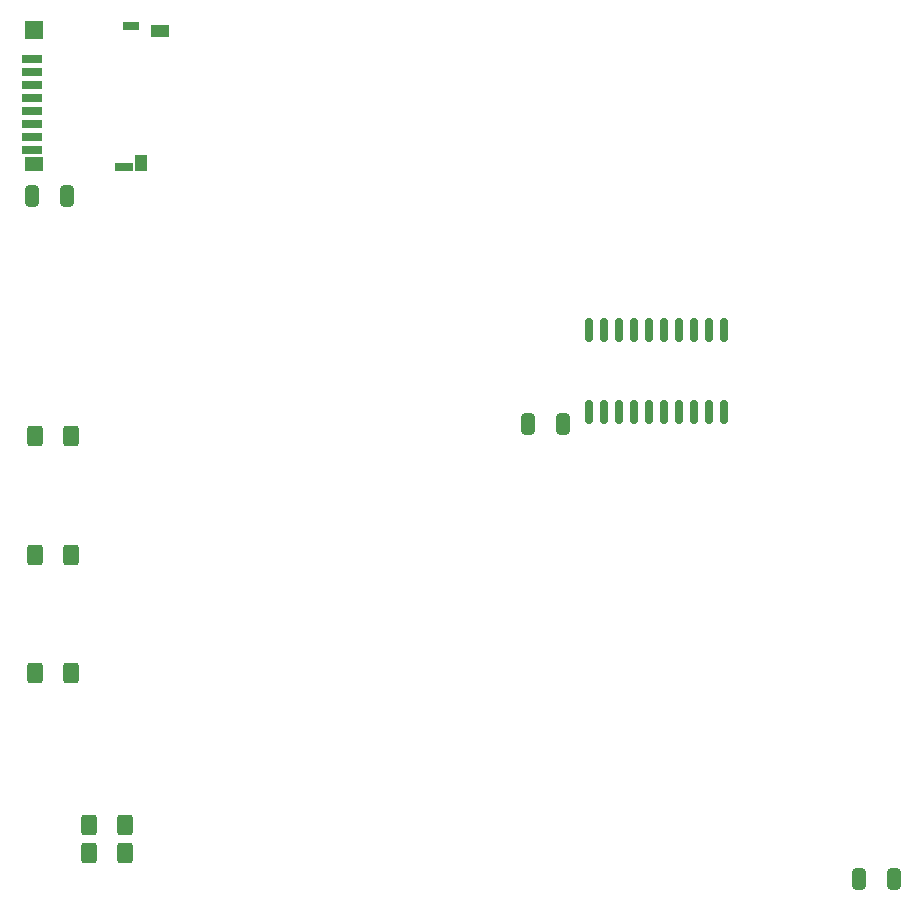
<source format=gbr>
%TF.GenerationSoftware,KiCad,Pcbnew,7.0.7-7.0.7~ubuntu20.04.1*%
%TF.CreationDate,2023-09-08T15:38:02+02:00*%
%TF.ProjectId,cpld_board_max2,63706c64-5f62-46f6-9172-645f6d617832,rev?*%
%TF.SameCoordinates,Original*%
%TF.FileFunction,Paste,Bot*%
%TF.FilePolarity,Positive*%
%FSLAX46Y46*%
G04 Gerber Fmt 4.6, Leading zero omitted, Abs format (unit mm)*
G04 Created by KiCad (PCBNEW 7.0.7-7.0.7~ubuntu20.04.1) date 2023-09-08 15:38:02*
%MOMM*%
%LPD*%
G01*
G04 APERTURE LIST*
G04 Aperture macros list*
%AMRoundRect*
0 Rectangle with rounded corners*
0 $1 Rounding radius*
0 $2 $3 $4 $5 $6 $7 $8 $9 X,Y pos of 4 corners*
0 Add a 4 corners polygon primitive as box body*
4,1,4,$2,$3,$4,$5,$6,$7,$8,$9,$2,$3,0*
0 Add four circle primitives for the rounded corners*
1,1,$1+$1,$2,$3*
1,1,$1+$1,$4,$5*
1,1,$1+$1,$6,$7*
1,1,$1+$1,$8,$9*
0 Add four rect primitives between the rounded corners*
20,1,$1+$1,$2,$3,$4,$5,0*
20,1,$1+$1,$4,$5,$6,$7,0*
20,1,$1+$1,$6,$7,$8,$9,0*
20,1,$1+$1,$8,$9,$2,$3,0*%
G04 Aperture macros list end*
%ADD10RoundRect,0.250000X-0.400000X-0.625000X0.400000X-0.625000X0.400000X0.625000X-0.400000X0.625000X0*%
%ADD11RoundRect,0.150000X-0.150000X0.837500X-0.150000X-0.837500X0.150000X-0.837500X0.150000X0.837500X0*%
%ADD12RoundRect,0.250000X0.325000X0.650000X-0.325000X0.650000X-0.325000X-0.650000X0.325000X-0.650000X0*%
%ADD13R,1.750000X0.700000*%
%ADD14R,1.000000X1.450000*%
%ADD15R,1.550000X1.000000*%
%ADD16R,1.500000X0.800000*%
%ADD17R,1.500000X1.300000*%
%ADD18R,1.500000X1.500000*%
%ADD19R,1.400000X0.800000*%
%ADD20RoundRect,0.250000X-0.325000X-0.650000X0.325000X-0.650000X0.325000X0.650000X-0.325000X0.650000X0*%
G04 APERTURE END LIST*
D10*
%TO.C,R1*%
X102743000Y-85471000D03*
X105843000Y-85471000D03*
%TD*%
D11*
%TO.C,U2*%
X149667000Y-76514000D03*
X150937000Y-76514000D03*
X152207000Y-76514000D03*
X153477000Y-76514000D03*
X154747000Y-76514000D03*
X156017000Y-76514000D03*
X157287000Y-76514000D03*
X158557000Y-76514000D03*
X159827000Y-76514000D03*
X161097000Y-76514000D03*
X161097000Y-83439000D03*
X159827000Y-83439000D03*
X158557000Y-83439000D03*
X157287000Y-83439000D03*
X156017000Y-83439000D03*
X154747000Y-83439000D03*
X153477000Y-83439000D03*
X152207000Y-83439000D03*
X150937000Y-83439000D03*
X149667000Y-83439000D03*
%TD*%
D10*
%TO.C,R4*%
X107315000Y-120777000D03*
X110415000Y-120777000D03*
%TD*%
D12*
%TO.C,C2*%
X147447000Y-84455000D03*
X144497000Y-84455000D03*
%TD*%
D13*
%TO.C,J7*%
X102535000Y-53532000D03*
X102535000Y-54632000D03*
X102535000Y-55732000D03*
X102535000Y-56832000D03*
X102535000Y-57932000D03*
X102535000Y-59032000D03*
X102535000Y-60132000D03*
X102535000Y-61232000D03*
D14*
X111760000Y-62357000D03*
D15*
X113335000Y-51132000D03*
D16*
X110260000Y-62682000D03*
D17*
X102660000Y-62432000D03*
D18*
X102660000Y-51082000D03*
D19*
X110910000Y-50732000D03*
%TD*%
D10*
%TO.C,R2*%
X102743000Y-95504000D03*
X105843000Y-95504000D03*
%TD*%
%TO.C,R5*%
X107315000Y-118364000D03*
X110415000Y-118364000D03*
%TD*%
D20*
%TO.C,C3*%
X172564000Y-122936000D03*
X175514000Y-122936000D03*
%TD*%
D10*
%TO.C,R3*%
X102743000Y-105537000D03*
X105843000Y-105537000D03*
%TD*%
D20*
%TO.C,C1*%
X102538000Y-65151000D03*
X105488000Y-65151000D03*
%TD*%
M02*

</source>
